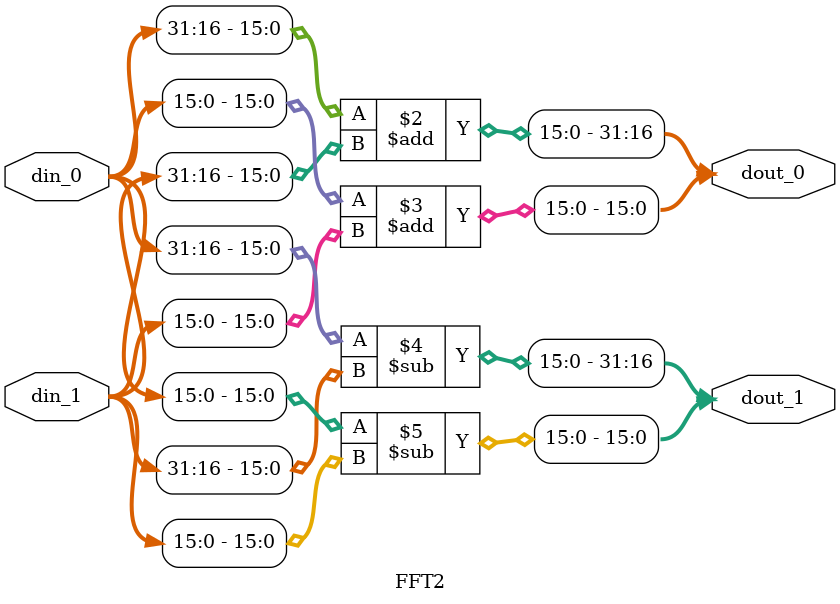
<source format=sv>
typedef struct packed {
    shortint    re;
    shortint    im;
} complex;

module FFT2 (
    input   complex     din_0   ,
    input   complex     din_1   ,
    output  complex     dout_0  ,
    output  complex     dout_1
);

    always_comb begin
        dout_0.re   =   din_0.re    +   din_1.re;
        dout_0.im   =   din_0.im    +   din_1.im;
        dout_1.re   =   din_0.re    -   din_1.re;
        dout_1.im   =   din_0.im    -   din_1.im;
    end

endmodule
</source>
